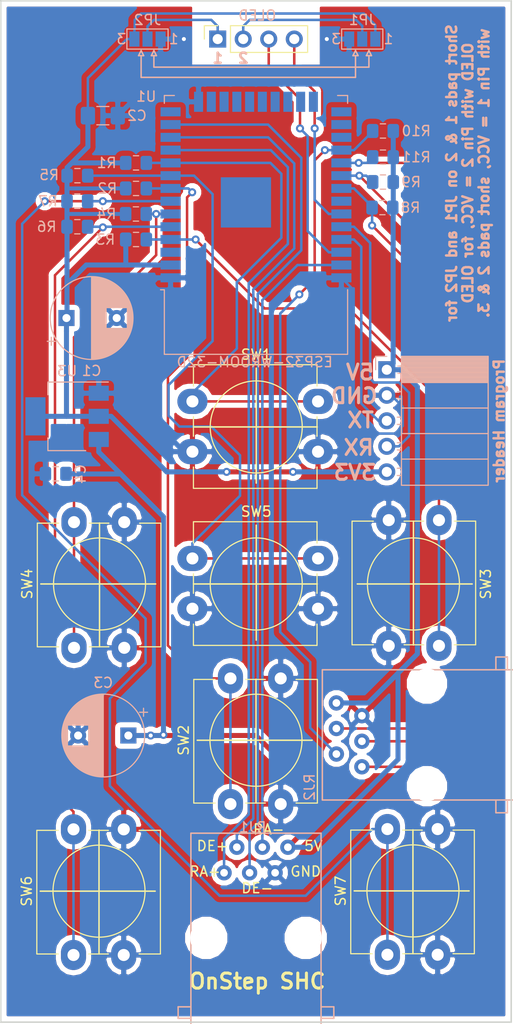
<source format=kicad_pcb>
(kicad_pcb (version 20171130) (host pcbnew 5.0.2+dfsg1-1)
  (layers (0 F.Cu signal) (31 B.Cu signal) (34 B.Paste user) (35 F.Paste user) (36 B.SilkS user) (37 F.SilkS user) (38 B.Mask user) (39 F.Mask user) (44 Edge.Cuts user))
  (net 0 "")
  (net 1 GND)
  (net 2 RA1+)
  (net 3 DE1+)
  (net 4 DE1-)
  (net 5 RA1-)
  (net 6 F2)
  (net 7 F1)
  (net 8 Shift)
  (net 9 W)
  (net 10 E)
  (net 11 S)
  (net 12 N)
  (net 13 RA-)
  (net 14 DE-)
  (net 15 DE+)
  (net 16 RA+)
  (net 17 SDA)
  (net 18 SCL)
  (net 19 5V)
  (net 20 3V3)
  (net 21 "Net-(J1-Pad3)")
  (net 22 "Net-(J1-Pad4)")
  (net 23 "Net-(JP1-Pad2)")
  (net 24 "Net-(JP2-Pad2)")
  (module Jumper:SolderJumper-3_P1.3mm_Open_Pad1.0x1.5mm_NumberLabels (layer B.Cu) (at 147.955 48.26 180)
    (fp_text reference JP2 (at 0 1.905 180) (layer B.SilkS) (effects (justify mirror)))
    (fp_text value SolderJumper_3_Open hide)
    (fp_text user 3 (at 2.6 0 180) (layer B.SilkS) (effects (justify mirror)))
    (fp_text user 1 (at -2.6 0 180) (layer B.SilkS) (effects (justify mirror)))
    (pad 3 smd rect (at 1.3 0 180) (size 1 1.5) (layers B.Cu B.Mask) (net 20 3V3))
    (pad 2 smd rect (at 0 0 180) (size 1 1.5) (layers B.Cu B.Mask) (net 24 "Net-(JP2-Pad2)"))
    (pad 1 smd rect (at -1.3 0 180) (size 1 1.5) (layers B.Cu B.Mask) (net 1 GND))
  )
  (module Jumper:SolderJumper-3_P1.3mm_Open_Pad1.0x1.5mm_NumberLabels (layer B.Cu) (at 169.3245 48.26 180)
    (fp_text reference JP1 (at -0.03 1.905 180) (layer B.SilkS) (effects (justify mirror)))
    (fp_text value SolderJumper_3_Open hide)
    (fp_text user 1 (at -2.6 0 180) (layer B.SilkS) (effects (justify mirror)))
    (fp_text user 3 (at 2.6 0 180) (layer B.SilkS) (effects (justify mirror)))
    (pad 1 smd rect (at -1.3 0 180) (size 1 1.5) (layers B.Cu B.Mask) (net 20 3V3))
    (pad 2 smd rect (at 0 0 180) (size 1 1.5) (layers B.Cu B.Mask) (net 23 "Net-(JP1-Pad2)"))
    (pad 3 smd rect (at 1.3 0 180) (size 1 1.5) (layers B.Cu B.Mask) (net 1 GND))
  )
  (module DevBoards:SW_PUSH-12mm_ (layer F.Cu) (at 171.831 139.3444 90)
    (fp_text reference SW7 (at 6.35 -4.66 90) (layer F.SilkS))
    (fp_text value F2)
    (pad 1 thru_hole oval (at 12.5 0 90) (size 3 2.5) (drill 1.2) (layers *.Cu *.Mask) (net 6 F2))
    (pad 2 thru_hole oval (at 12.5 5 90) (size 3 2.5) (drill 1.2) (layers *.Cu *.Mask) (net 1 GND))
    (pad 1 thru_hole oval (at 0 0 90) (size 3 2.5) (drill 1.2) (layers *.Cu *.Mask) (net 6 F2))
    (pad 2 thru_hole oval (at 0 5 90) (size 3 2.5) (drill 1.2) (layers *.Cu *.Mask) (net 1 GND))
  )
  (module DevBoards:SW_PUSH-12mm_ (layer F.Cu) (at 140.589 139.3698 90)
    (fp_text reference SW6 (at 6.35 -4.66 90) (layer F.SilkS))
    (fp_text value F1)
    (pad 1 thru_hole oval (at 12.5 0 90) (size 3 2.5) (drill 1.2) (layers *.Cu *.Mask) (net 7 F1))
    (pad 2 thru_hole oval (at 12.5 5 90) (size 3 2.5) (drill 1.2) (layers *.Cu *.Mask) (net 1 GND))
    (pad 1 thru_hole oval (at 0 0 90) (size 3 2.5) (drill 1.2) (layers *.Cu *.Mask) (net 7 F1))
    (pad 2 thru_hole oval (at 0 5 90) (size 3 2.5) (drill 1.2) (layers *.Cu *.Mask) (net 1 GND))
  )
  (module DevBoards:SW_PUSH-12mm_ (layer F.Cu) (at 140.6398 108.8136 90)
    (fp_text reference SW4 (at 6.35 -4.66 90) (layer F.SilkS))
    (fp_text value W)
    (pad 1 thru_hole oval (at 12.5 0 90) (size 3 2.5) (drill 1.2) (layers *.Cu *.Mask) (net 9 W))
    (pad 2 thru_hole oval (at 12.5 5 90) (size 3 2.5) (drill 1.2) (layers *.Cu *.Mask) (net 1 GND))
    (pad 1 thru_hole oval (at 0 0 90) (size 3 2.5) (drill 1.2) (layers *.Cu *.Mask) (net 9 W))
    (pad 2 thru_hole oval (at 0 5 90) (size 3 2.5) (drill 1.2) (layers *.Cu *.Mask) (net 1 GND))
  )
  (module DevBoards:SW_PUSH-12mm_ (layer F.Cu) (at 176.9618 96.1136 270)
    (fp_text reference SW3 (at 6.35 -4.66 270) (layer F.SilkS))
    (fp_text value E)
    (pad 1 thru_hole oval (at 12.5 0 270) (size 3 2.5) (drill 1.2) (layers *.Cu *.Mask) (net 10 E))
    (pad 2 thru_hole oval (at 12.5 5 270) (size 3 2.5) (drill 1.2) (layers *.Cu *.Mask) (net 1 GND))
    (pad 1 thru_hole oval (at 0 0 270) (size 3 2.5) (drill 1.2) (layers *.Cu *.Mask) (net 10 E))
    (pad 2 thru_hole oval (at 0 5 270) (size 3 2.5) (drill 1.2) (layers *.Cu *.Mask) (net 1 GND))
  )
  (module RF_Module:ESP32-WROOM-32x (layer B.Cu) (at 158.75 63.754)
    (fp_text reference U1 (at -10.922 -9.779) (layer B.SilkS) (effects (justify mirror)))
    (fp_text value ESP32-WROOM-32D (at -0.127 16.637) (layer B.SilkS) (effects (justify mirror)))
    (pad 38 smd rect (at 8.5 8.255) (size 2 0.9) (layers B.Cu B.Paste B.Mask) (net 1 GND))
    (pad 37 smd rect (at 8.5 6.985) (size 2 0.9) (layers B.Cu B.Paste B.Mask) (net 13 RA-))
    (pad 36 smd rect (at 8.5 5.715) (size 2 0.9) (layers B.Cu B.Paste B.Mask) (net 18 SCL))
    (pad 35 smd rect (at 8.5 4.445) (size 2 0.9) (layers B.Cu B.Paste B.Mask) (net 21 "Net-(J1-Pad3)"))
    (pad 34 smd rect (at 8.5 3.175) (size 2 0.9) (layers B.Cu B.Paste B.Mask) (net 22 "Net-(J1-Pad4)"))
    (pad 33 smd rect (at 8.5 1.905) (size 2 0.9) (layers B.Cu B.Paste B.Mask) (net 17 SDA))
    (pad 32 smd rect (at 8.5 0.635) (size 2 0.9) (layers B.Cu B.Paste B.Mask))
    (pad 31 smd rect (at 8.5 -0.635) (size 2 0.9) (layers B.Cu B.Paste B.Mask) (net 5 RA1-))
    (pad 30 smd rect (at 8.5 -1.905) (size 2 0.9) (layers B.Cu B.Paste B.Mask) (net 4 DE1-))
    (pad 29 smd rect (at 8.5 -3.175) (size 2 0.9) (layers B.Cu B.Paste B.Mask) (net 2 RA1+))
    (pad 28 smd rect (at 8.5 -4.445) (size 2 0.9) (layers B.Cu B.Paste B.Mask) (net 3 DE1+))
    (pad 27 smd rect (at 8.5 -5.715) (size 2 0.9) (layers B.Cu B.Paste B.Mask))
    (pad 26 smd rect (at 8.5 -6.985) (size 2 0.9) (layers B.Cu B.Paste B.Mask))
    (pad 25 smd rect (at 8.5 -8.255) (size 2 0.9) (layers B.Cu B.Paste B.Mask))
    (pad 24 smd rect (at 5.715 -9.255 270) (size 2 0.9) (layers B.Cu B.Paste B.Mask))
    (pad 23 smd rect (at 4.445 -9.255 270) (size 2 0.9) (layers B.Cu B.Paste B.Mask))
    (pad 22 smd rect (at 3.175 -9.255 270) (size 2 0.9) (layers B.Cu B.Paste B.Mask))
    (pad 21 smd rect (at 1.905 -9.255 270) (size 2 0.9) (layers B.Cu B.Paste B.Mask))
    (pad 20 smd rect (at 0.635 -9.255 270) (size 2 0.9) (layers B.Cu B.Paste B.Mask))
    (pad 19 smd rect (at -0.635 -9.255 270) (size 2 0.9) (layers B.Cu B.Paste B.Mask))
    (pad 18 smd rect (at -1.905 -9.255 270) (size 2 0.9) (layers B.Cu B.Paste B.Mask))
    (pad 17 smd rect (at -3.175 -9.255 270) (size 2 0.9) (layers B.Cu B.Paste B.Mask))
    (pad 16 smd rect (at -4.445 -9.255 270) (size 2 0.9) (layers B.Cu B.Paste B.Mask))
    (pad 15 smd rect (at -5.715 -9.255 270) (size 2 0.9) (layers B.Cu B.Paste B.Mask) (net 1 GND))
    (pad 14 smd rect (at -8.5 -8.255) (size 2 0.9) (layers B.Cu B.Paste B.Mask))
    (pad 13 smd rect (at -8.5 -6.985) (size 2 0.9) (layers B.Cu B.Paste B.Mask) (net 14 DE-))
    (pad 12 smd rect (at -8.5 -5.715) (size 2 0.9) (layers B.Cu B.Paste B.Mask) (net 15 DE+))
    (pad 11 smd rect (at -8.5 -4.445) (size 2 0.9) (layers B.Cu B.Paste B.Mask) (net 16 RA+))
    (pad 10 smd rect (at -8.5 -3.175) (size 2 0.9) (layers B.Cu B.Paste B.Mask) (net 12 N))
    (pad 9 smd rect (at -8.5 -1.905) (size 2 0.9) (layers B.Cu B.Paste B.Mask) (net 8 Shift))
    (pad 8 smd rect (at -8.5 -0.635) (size 2 0.9) (layers B.Cu B.Paste B.Mask) (net 11 S))
    (pad 7 smd rect (at -8.5 0.635) (size 2 0.9) (layers B.Cu B.Paste B.Mask) (net 6 F2))
    (pad 6 smd rect (at -8.5 1.905) (size 2 0.9) (layers B.Cu B.Paste B.Mask) (net 9 W))
    (pad 5 smd rect (at -8.5 3.175) (size 2 0.9) (layers B.Cu B.Paste B.Mask) (net 7 F1))
    (pad 4 smd rect (at -8.5 4.445) (size 2 0.9) (layers B.Cu B.Paste B.Mask) (net 10 E))
    (pad 3 smd rect (at -8.5 5.715) (size 2 0.9) (layers B.Cu B.Paste B.Mask))
    (pad 2 smd rect (at -8.5 6.985) (size 2 0.9) (layers B.Cu B.Paste B.Mask) (net 20 3V3))
    (pad 1 smd rect (at -8.5 8.255) (size 2 0.9) (layers B.Cu B.Paste B.Mask) (net 1 GND))
    (pad 39 smd rect (at -1 0.755) (size 5 5) (layers B.Cu B.Paste B.Mask))
  )
  (module DevBoards:RJ12_IreR2 (layer B.Cu) (at 152.273 127.254)
    (fp_text reference RJ1 (at 6.1468 -0.5842) (layer B.SilkS) (effects (justify mirror)))
    (fp_text value RJ12)
    (pad "" np_thru_hole circle (at 11.43 10.414) (size 3.2 3.2) (drill 3.2) (layers *.Cu *.Mask))
    (pad "" np_thru_hole circle (at 1.524 10.414) (size 3.2 3.2) (drill 3.2) (layers *.Cu *.Mask))
    (pad 2 thru_hole circle (at 8.382 3.937) (size 1.524 1.524) (drill 0.762) (layers *.Cu *.Mask) (net 1 GND))
    (pad 1 thru_hole circle (at 9.652 1.397) (size 1.524 1.524) (drill 0.762) (layers *.Cu *.Mask) (net 19 5V))
    (pad 4 thru_hole circle (at 5.842 3.937) (size 1.524 1.524) (drill 0.762) (layers *.Cu *.Mask) (net 14 DE-))
    (pad 3 thru_hole circle (at 7.112 1.397) (size 1.524 1.524) (drill 0.762) (layers *.Cu *.Mask) (net 13 RA-))
    (pad 6 thru_hole circle (at 3.302 3.937) (size 1.524 1.524) (drill 0.762) (layers *.Cu *.Mask) (net 16 RA+))
    (pad 5 thru_hole circle (at 4.572 1.397) (size 1.524 1.524) (drill 0.762) (layers *.Cu *.Mask) (net 15 DE+))
  )
  (module Connector_PinSocket_2.54mm:PinSocket_1x04_P2.54mm_Vertical (layer F.Cu) (at 154.94 48.26 90)
    (fp_text reference U2 hide)
    (fp_text value OLED (at 2.3495 3.937 180) (layer B.SilkS) (effects (justify mirror)))
    (pad 1 thru_hole rect (at 0 0 90) (size 1.7 1.7) (drill 1) (layers *.Cu *.Mask) (net 24 "Net-(JP2-Pad2)"))
    (pad 2 thru_hole oval (at 0 2.54 90) (size 1.7 1.7) (drill 1) (layers *.Cu *.Mask) (net 23 "Net-(JP1-Pad2)"))
    (pad 3 thru_hole oval (at 0 5.08 90) (size 1.7 1.7) (drill 1) (layers *.Cu *.Mask) (net 18 SCL))
    (pad 4 thru_hole oval (at 0 7.62 90) (size 1.7 1.7) (drill 1) (layers *.Cu *.Mask) (net 17 SDA))
  )
  (module Capacitor_SMD:C_1206_3216Metric_Pad1.42x1.75mm_HandSolder (layer B.Cu) (at 143.51 55.88)
    (fp_text reference C2 (at 3.3925 0) (layer B.SilkS) (effects (justify mirror)))
    (fp_text value 100nF hide)
    (pad 1 smd roundrect (at -1.4875 0) (size 1.425 1.75) (layers B.Cu B.Paste B.Mask) (roundrect_rratio 0.175439) (net 20 3V3))
    (pad 2 smd roundrect (at 1.4875 0) (size 1.425 1.75) (layers B.Cu B.Paste B.Mask) (roundrect_rratio 0.175439) (net 1 GND))
  )
  (module Capacitor_SMD:C_0805_2012Metric_Pad1.15x1.40mm_HandSolder (layer B.Cu) (at 138.82 91.5035 180)
    (fp_text reference C4 (at -2.4728 -0.0254 270) (layer B.SilkS) (effects (justify mirror)))
    (fp_text value 100nF hide)
    (pad 1 smd roundrect (at -1.025 0 180) (size 1.15 1.4) (layers B.Cu B.Paste B.Mask) (roundrect_rratio 0.217391) (net 19 5V))
    (pad 2 smd roundrect (at 1.025 0 180) (size 1.15 1.4) (layers B.Cu B.Paste B.Mask) (roundrect_rratio 0.217391) (net 1 GND))
  )
  (module Resistor_SMD:R_0805_2012Metric_Pad1.15x1.40mm_HandSolder (layer B.Cu) (at 146.812 60.579 180)
    (fp_text reference R1 (at 2.921 0 180) (layer B.SilkS) (effects (justify mirror)))
    (fp_text value 10K hide)
    (pad 1 smd roundrect (at -1.025 0 180) (size 1.15 1.4) (layers B.Cu B.Paste B.Mask) (roundrect_rratio 0.217391) (net 12 N))
    (pad 2 smd roundrect (at 1.025 0 180) (size 1.15 1.4) (layers B.Cu B.Paste B.Mask) (roundrect_rratio 0.217391) (net 20 3V3))
  )
  (module Resistor_SMD:R_0805_2012Metric_Pad1.15x1.40mm_HandSolder (layer B.Cu) (at 146.812 63.119 180)
    (fp_text reference R2 (at 2.8575 0 180) (layer B.SilkS) (effects (justify mirror)))
    (fp_text value 10K hide)
    (pad 2 smd roundrect (at 1.025 0 180) (size 1.15 1.4) (layers B.Cu B.Paste B.Mask) (roundrect_rratio 0.217391) (net 20 3V3))
    (pad 1 smd roundrect (at -1.025 0 180) (size 1.15 1.4) (layers B.Cu B.Paste B.Mask) (roundrect_rratio 0.217391) (net 11 S))
  )
  (module Resistor_SMD:R_0805_2012Metric_Pad1.15x1.40mm_HandSolder (layer B.Cu) (at 146.812 68.199 180)
    (fp_text reference R3 (at 3.057 0 180) (layer B.SilkS) (effects (justify mirror)))
    (fp_text value 10K hide)
    (pad 1 smd roundrect (at -1.025 0 180) (size 1.15 1.4) (layers B.Cu B.Paste B.Mask) (roundrect_rratio 0.217391) (net 10 E))
    (pad 2 smd roundrect (at 1.025 0 180) (size 1.15 1.4) (layers B.Cu B.Paste B.Mask) (roundrect_rratio 0.217391) (net 20 3V3))
  )
  (module Resistor_SMD:R_0805_2012Metric_Pad1.15x1.40mm_HandSolder (layer B.Cu) (at 146.803 65.659 180)
    (fp_text reference R4 (at 2.93 0 180) (layer B.SilkS) (effects (justify mirror)))
    (fp_text value 10K hide)
    (pad 2 smd roundrect (at 1.025 0 180) (size 1.15 1.4) (layers B.Cu B.Paste B.Mask) (roundrect_rratio 0.217391) (net 20 3V3))
    (pad 1 smd roundrect (at -1.025 0 180) (size 1.15 1.4) (layers B.Cu B.Paste B.Mask) (roundrect_rratio 0.217391) (net 9 W))
  )
  (module Resistor_SMD:R_0805_2012Metric_Pad1.15x1.40mm_HandSolder (layer B.Cu) (at 140.979 61.849 180)
    (fp_text reference R5 (at 2.808001 0.069999 180) (layer B.SilkS) (effects (justify mirror)))
    (fp_text value 10K hide)
    (pad 1 smd roundrect (at -1.025 0 180) (size 1.15 1.4) (layers B.Cu B.Paste B.Mask) (roundrect_rratio 0.217391) (net 8 Shift))
    (pad 2 smd roundrect (at 1.025 0 180) (size 1.15 1.4) (layers B.Cu B.Paste B.Mask) (roundrect_rratio 0.217391) (net 20 3V3))
  )
  (module Resistor_SMD:R_0805_2012Metric_Pad1.15x1.40mm_HandSolder (layer B.Cu) (at 140.97 66.929 180)
    (fp_text reference R6 (at 3.048 0 180) (layer B.SilkS) (effects (justify mirror)))
    (fp_text value 10K hide)
    (pad 2 smd roundrect (at 1.025 0 180) (size 1.15 1.4) (layers B.Cu B.Paste B.Mask) (roundrect_rratio 0.217391) (net 20 3V3))
    (pad 1 smd roundrect (at -1.025 0 180) (size 1.15 1.4) (layers B.Cu B.Paste B.Mask) (roundrect_rratio 0.217391) (net 7 F1))
  )
  (module Resistor_SMD:R_0805_2012Metric_Pad1.15x1.40mm_HandSolder (layer B.Cu) (at 140.97 64.389 180)
    (fp_text reference R7 (at 2.93 0 180) (layer B.SilkS) (effects (justify mirror)))
    (fp_text value 10K hide)
    (pad 1 smd roundrect (at -1.025 0 180) (size 1.15 1.4) (layers B.Cu B.Paste B.Mask) (roundrect_rratio 0.217391) (net 6 F2))
    (pad 2 smd roundrect (at 1.025 0 180) (size 1.15 1.4) (layers B.Cu B.Paste B.Mask) (roundrect_rratio 0.217391) (net 20 3V3))
  )
  (module Connector_PinSocket_2.54mm:PinSocket_1x05_P2.54mm_Horizontal (layer B.Cu) (at 171.7675 81.153 180)
    (fp_text reference J1 hide)
    (fp_text value CP2102 hide)
    (pad 1 thru_hole rect (at 0 0 180) (size 1.7 1.7) (drill 1) (layers *.Cu *.Mask) (net 19 5V))
    (pad 2 thru_hole oval (at 0 -2.54 180) (size 1.7 1.7) (drill 1) (layers *.Cu *.Mask) (net 1 GND))
    (pad 3 thru_hole oval (at 0 -5.08 180) (size 1.7 1.7) (drill 1) (layers *.Cu *.Mask) (net 21 "Net-(J1-Pad3)"))
    (pad 4 thru_hole oval (at 0 -7.62 180) (size 1.7 1.7) (drill 1) (layers *.Cu *.Mask) (net 22 "Net-(J1-Pad4)"))
    (pad 5 thru_hole oval (at 0 -10.16 180) (size 1.7 1.7) (drill 1) (layers *.Cu *.Mask) (net 20 3V3))
  )
  (module Resistor_SMD:R_0805_2012Metric_Pad1.15x1.40mm_HandSolder (layer B.Cu) (at 171.332 65.024)
    (fp_text reference R8 (at 2.794 0) (layer B.SilkS) (effects (justify mirror)))
    (fp_text value 2K hide)
    (pad 2 smd roundrect (at 1.025 0) (size 1.15 1.4) (layers B.Cu B.Paste B.Mask) (roundrect_rratio 0.217391) (net 19 5V))
    (pad 1 smd roundrect (at -1.025 0) (size 1.15 1.4) (layers B.Cu B.Paste B.Mask) (roundrect_rratio 0.217391) (net 5 RA1-))
  )
  (module Resistor_SMD:R_0805_2012Metric_Pad1.15x1.40mm_HandSolder (layer B.Cu) (at 171.3865 62.484)
    (fp_text reference R9 (at 2.803 0) (layer B.SilkS) (effects (justify mirror)))
    (fp_text value 2K hide)
    (pad 1 smd roundrect (at -1.025 0) (size 1.15 1.4) (layers B.Cu B.Paste B.Mask) (roundrect_rratio 0.217391) (net 4 DE1-))
    (pad 2 smd roundrect (at 1.025 0) (size 1.15 1.4) (layers B.Cu B.Paste B.Mask) (roundrect_rratio 0.217391) (net 19 5V))
  )
  (module Resistor_SMD:R_0805_2012Metric_Pad1.15x1.40mm_HandSolder (layer B.Cu) (at 171.3865 57.404)
    (fp_text reference R10 (at 3.311 0) (layer B.SilkS) (effects (justify mirror)))
    (fp_text value 2K hide)
    (pad 2 smd roundrect (at 1.025 0) (size 1.15 1.4) (layers B.Cu B.Paste B.Mask) (roundrect_rratio 0.217391) (net 19 5V))
    (pad 1 smd roundrect (at -1.025 0) (size 1.15 1.4) (layers B.Cu B.Paste B.Mask) (roundrect_rratio 0.217391) (net 3 DE1+))
  )
  (module Resistor_SMD:R_0805_2012Metric_Pad1.15x1.40mm_HandSolder (layer B.Cu) (at 171.3865 60.0075)
    (fp_text reference R11 (at 3.302 0) (layer B.SilkS) (effects (justify mirror)))
    (fp_text value 2K hide)
    (pad 1 smd roundrect (at -1.025 0) (size 1.15 1.4) (layers B.Cu B.Paste B.Mask) (roundrect_rratio 0.217391) (net 2 RA1+))
    (pad 2 smd roundrect (at 1.025 0) (size 1.15 1.4) (layers B.Cu B.Paste B.Mask) (roundrect_rratio 0.217391) (net 19 5V))
  )
  (module DevBoards:SW_PUSH-12mm_ (layer F.Cu) (at 152.4254 84.3026)
    (fp_text reference SW1 (at 6.35 -4.66) (layer F.SilkS))
    (fp_text value N)
    (pad 2 thru_hole oval (at 0 5) (size 3 2.5) (drill 1.2) (layers *.Cu *.Mask) (net 1 GND))
    (pad 1 thru_hole oval (at 0 0) (size 3 2.5) (drill 1.2) (layers *.Cu *.Mask) (net 12 N))
    (pad 2 thru_hole oval (at 12.5 5) (size 3 2.5) (drill 1.2) (layers *.Cu *.Mask) (net 1 GND))
    (pad 1 thru_hole oval (at 12.5 0) (size 3 2.5) (drill 1.2) (layers *.Cu *.Mask) (net 12 N))
  )
  (module DevBoards:SW_PUSH-12mm_ (layer F.Cu) (at 156.21 124.3584 90)
    (fp_text reference SW2 (at 6.35 -4.66 90) (layer F.SilkS))
    (fp_text value S)
    (pad 1 thru_hole oval (at 12.5 0 90) (size 3 2.5) (drill 1.2) (layers *.Cu *.Mask) (net 11 S))
    (pad 2 thru_hole oval (at 12.5 5 90) (size 3 2.5) (drill 1.2) (layers *.Cu *.Mask) (net 1 GND))
    (pad 1 thru_hole oval (at 0 0 90) (size 3 2.5) (drill 1.2) (layers *.Cu *.Mask) (net 11 S))
    (pad 2 thru_hole oval (at 0 5 90) (size 3 2.5) (drill 1.2) (layers *.Cu *.Mask) (net 1 GND))
  )
  (module DevBoards:SW_PUSH-12mm_ (layer F.Cu) (at 152.4254 99.9236)
    (fp_text reference SW5 (at 6.35 -4.66) (layer F.SilkS))
    (fp_text value Shift)
    (pad 2 thru_hole oval (at 0 5) (size 3 2.5) (drill 1.2) (layers *.Cu *.Mask) (net 1 GND))
    (pad 1 thru_hole oval (at 0 0) (size 3 2.5) (drill 1.2) (layers *.Cu *.Mask) (net 8 Shift))
    (pad 2 thru_hole oval (at 12.5 5) (size 3 2.5) (drill 1.2) (layers *.Cu *.Mask) (net 1 GND))
    (pad 1 thru_hole oval (at 12.5 0) (size 3 2.5) (drill 1.2) (layers *.Cu *.Mask) (net 8 Shift))
  )
  (module Capacitor_THT:CP_Radial_D8.0mm_P5.00mm (layer B.Cu) (at 146.05 117.5385 180)
    (fp_text reference C3 (at 2.5 5.25 180) (layer B.SilkS) (effects (justify mirror)))
    (fp_text value 10uF)
    (pad 1 thru_hole rect (at 0 0 180) (size 1.6 1.6) (drill 0.8) (layers *.Cu *.Mask) (net 19 5V))
    (pad 2 thru_hole circle (at 5 0 180) (size 1.6 1.6) (drill 0.8) (layers *.Cu *.Mask) (net 1 GND))
  )
  (module Capacitor_THT:CP_Radial_D8.0mm_P5.00mm (layer B.Cu) (at 139.8905 76.0095)
    (fp_text reference C1 (at 2.5 5.25) (layer B.SilkS) (effects (justify mirror)))
    (fp_text value 100uF)
    (pad 1 thru_hole rect (at 0 0) (size 1.6 1.6) (drill 0.8) (layers *.Cu *.Mask) (net 20 3V3))
    (pad 2 thru_hole circle (at 5 0) (size 1.6 1.6) (drill 0.8) (layers *.Cu *.Mask) (net 1 GND))
  )
  (module Package_TO_SOT_SMD:SOT-223-3_TabPin2 (layer B.Cu) (at 139.954 85.7885 180)
    (fp_text reference U3 (at 0 4.5 180) (layer B.SilkS) (effects (justify mirror)))
    (fp_text value LT1117-3.3)
    (pad 2 smd rect (at 3.15 0 180) (size 2 3.8) (layers B.Cu B.Paste B.Mask) (net 20 3V3))
    (pad 2 smd rect (at -3.15 0 180) (size 2 1.5) (layers B.Cu B.Paste B.Mask) (net 20 3V3))
    (pad 3 smd rect (at -3.15 -2.3 180) (size 2 1.5) (layers B.Cu B.Paste B.Mask) (net 19 5V))
    (pad 1 smd rect (at -3.15 2.3 180) (size 2 1.5) (layers B.Cu B.Paste B.Mask) (net 1 GND))
  )
  (module DevBoards:RJ12_IreR2 (layer B.Cu) (at 165.354 123.952 90)
    (fp_text reference RJ2 (at 1.27 -1.27 90) (layer B.SilkS) (effects (justify mirror)))
    (fp_text value RJ12)
    (pad 5 thru_hole circle (at 4.572 1.397 90) (size 1.524 1.524) (drill 0.762) (layers *.Cu *.Mask) (net 3 DE1+))
    (pad 6 thru_hole circle (at 3.302 3.937 90) (size 1.524 1.524) (drill 0.762) (layers *.Cu *.Mask) (net 2 RA1+))
    (pad 3 thru_hole circle (at 7.112 1.397 90) (size 1.524 1.524) (drill 0.762) (layers *.Cu *.Mask) (net 5 RA1-))
    (pad 4 thru_hole circle (at 5.842 3.937 90) (size 1.524 1.524) (drill 0.762) (layers *.Cu *.Mask) (net 4 DE1-))
    (pad 1 thru_hole circle (at 9.652 1.397 90) (size 1.524 1.524) (drill 0.762) (layers *.Cu *.Mask) (net 19 5V))
    (pad 2 thru_hole circle (at 8.382 3.937 90) (size 1.524 1.524) (drill 0.762) (layers *.Cu *.Mask) (net 1 GND))
    (pad "" np_thru_hole circle (at 1.3716 10.414 90) (size 3 3) (drill 3) (layers *.Cu *.Mask))
    (pad "" np_thru_hole circle (at 11.5824 10.414 90) (size 3 3) (drill 3) (layers *.Cu *.Mask))
  )
  (gr_text "Program Header" (at 182.9435 86.233 90) (layer B.SilkS) (effects (font (size 1 1) (thickness 0.25)) (justify mirror)))
  (gr_line (start 147.32 52.07) (end 168.656 52.07) (layer B.SilkS) (width 0.15))
  (gr_line (start 168.656 49.403) (end 168.402 49.911) (layer B.SilkS) (width 0.15))
  (gr_line (start 168.656 49.911) (end 168.656 52.07) (layer B.SilkS) (width 0.15))
  (gr_line (start 168.91 49.911) (end 168.656 49.403) (layer B.SilkS) (width 0.15))
  (gr_line (start 168.402 49.911) (end 168.91 49.911) (layer B.SilkS) (width 0.15))
  (gr_line (start 147.574 49.911) (end 147.32 49.403) (layer B.SilkS) (width 0.15))
  (gr_line (start 147.32 49.403) (end 147.066 49.911) (layer B.SilkS) (width 0.15))
  (gr_line (start 147.066 49.911) (end 147.574 49.911) (layer B.SilkS) (width 0.15))
  (gr_line (start 147.32 49.911) (end 147.32 52.07) (layer B.SilkS) (width 0.15))
  (gr_line (start 148.59 51.054) (end 169.9895 51.054) (layer B.SilkS) (width 0.15))
  (gr_line (start 148.844 49.911) (end 148.59 49.403) (layer B.SilkS) (width 0.15))
  (gr_line (start 148.336 49.911) (end 148.844 49.911) (layer B.SilkS) (width 0.15))
  (gr_line (start 148.59 49.403) (end 148.336 49.911) (layer B.SilkS) (width 0.15))
  (gr_line (start 148.59 49.911) (end 148.59 51.054) (layer B.SilkS) (width 0.15))
  (gr_line (start 170.2435 49.911) (end 169.9895 49.403) (layer B.SilkS) (width 0.15))
  (gr_line (start 169.7355 49.911) (end 170.2435 49.911) (layer B.SilkS) (width 0.15))
  (gr_line (start 169.9895 49.403) (end 169.7355 49.911) (layer B.SilkS) (width 0.15))
  (gr_line (start 169.9895 49.911) (end 169.9895 51.054) (layer B.SilkS) (width 0.15))
  (gr_text "Short pads 1 & 2 on JP1 and JP2 for\nOLED with Pin 2 = VCC, for OLED\nwith Pin 1 = VCC, short pads 2 & 3." (at 179.832 61.595 90) (layer B.SilkS) (effects (font (size 1 1) (thickness 0.25)) (justify mirror)))
  (gr_text 5V (at 169.1005 81.407) (layer B.SilkS) (effects (font (size 1.5 1.5) (thickness 0.3)) (justify mirror)))
  (gr_text GND (at 168.529 83.7565) (layer B.SilkS) (effects (font (size 1.5 1.5) (thickness 0.3)) (justify mirror)))
  (gr_text 3V3 (at 168.5925 91.3765) (layer B.SilkS) (effects (font (size 1.5 1.5) (thickness 0.3)) (justify mirror)))
  (gr_text TX (at 169.164 86.1695) (layer B.SilkS) (effects (font (size 1.5 1.5) (thickness 0.3)) (justify mirror)))
  (gr_text RX (at 168.9735 88.9) (layer B.SilkS) (effects (font (size 1.5 1.5) (thickness 0.3)) (justify mirror)))
  (gr_text 2 (at 157.48 50.165) (layer B.SilkS) (effects (font (size 1 1) (thickness 0.25)) (justify mirror)))
  (gr_text 1 (at 154.94 50.165) (layer B.SilkS) (effects (font (size 1 1) (thickness 0.25)) (justify mirror)))
  (gr_text DE+ (at 154.432 128.524) (layer F.SilkS) (effects (font (size 1 1))))
  (gr_text RA- (at 160.02 126.873) (layer F.SilkS) (effects (font (size 1 1))))
  (gr_text 5V (at 164.465 128.524) (layer F.SilkS) (effects (font (size 1 1))))
  (gr_text GND (at 163.703 131.064) (layer F.SilkS) (effects (font (size 1 1))))
  (gr_text DE- (at 158.877 132.715) (layer F.SilkS) (effects (font (size 1 1))))
  (gr_text RA+ (at 153.67 131.064) (layer F.SilkS) (effects (font (size 1 1))))
  (gr_text "OnStep SHC" (at 158.877 141.986) (layer F.SilkS) (effects (font (size 1.5 1.5) (thickness 0.3))))
  (gr_line (start 184.15 146.05) (end 133.35 146.05) (layer Edge.Cuts) (width 0.15))
  (gr_line (start 184.15 44.45) (end 184.15 146.05) (layer Edge.Cuts) (width 0.15))
  (gr_line (start 133.35 44.45) (end 184.15 44.45) (layer Edge.Cuts) (width 0.15))
  (gr_line (start 133.35 146.05) (end 133.35 44.45) (layer Edge.Cuts) (width 0.15))
  (segment (start 153.035 54.499) (end 152.908 54.626) (width 0.5) (layer B.Cu) (net 1))
  (segment (start 154.1754 104.9236) (end 164.9254 104.9236) (width 0.25) (layer F.Cu) (net 1))
  (segment (start 152.4254 104.9236) (end 154.1754 104.9236) (width 0.25) (layer F.Cu) (net 1))
  (segment (start 165.2054 89.3026) (end 164.9254 89.3026) (width 0.25) (layer B.Cu) (net 1))
  (segment (start 166.6754 89.3026) (end 167.894 88.084) (width 0.25) (layer B.Cu) (net 1))
  (segment (start 164.9254 89.3026) (end 166.6754 89.3026) (width 0.25) (layer B.Cu) (net 1))
  (segment (start 168.475 87.503) (end 167.894 88.084) (width 0.25) (layer B.Cu) (net 1))
  (segment (start 172.593 87.503) (end 168.475 87.503) (width 0.25) (layer B.Cu) (net 1))
  (segment (start 173.355 84.836) (end 173.355 86.741) (width 0.25) (layer B.Cu) (net 1))
  (segment (start 171.7675 83.693) (end 172.212 83.693) (width 0.25) (layer B.Cu) (net 1))
  (segment (start 173.355 86.741) (end 172.593 87.503) (width 0.25) (layer B.Cu) (net 1))
  (segment (start 172.212 83.693) (end 173.355 84.836) (width 0.25) (layer B.Cu) (net 1))
  (segment (start 141.9555 110.7479) (end 143.8898 108.8136) (width 0.5) (layer B.Cu) (net 1))
  (segment (start 143.8898 108.8136) (end 145.6398 108.8136) (width 0.5) (layer B.Cu) (net 1))
  (segment (start 141.05 111.6534) (end 143.8898 108.8136) (width 0.5) (layer B.Cu) (net 1))
  (segment (start 141.05 117.5385) (end 141.05 111.6534) (width 0.5) (layer B.Cu) (net 1))
  (segment (start 148.891 72.009) (end 150.25 72.009) (width 0.5) (layer B.Cu) (net 1))
  (segment (start 144.8905 76.0095) (end 148.891 72.009) (width 0.5) (layer B.Cu) (net 1))
  (segment (start 145.8807 126.8698) (end 145.589 126.8698) (width 0.5) (layer B.Cu) (net 1))
  (segment (start 142.821 83.552) (end 142.571 83.552) (width 0.5) (layer B.Cu) (net 1))
  (segment (start 151.5961 89.3026) (end 152.4254 89.3026) (width 0.5) (layer B.Cu) (net 1))
  (segment (start 145.6055 96.2793) (end 145.6398 96.3136) (width 0.5) (layer B.Cu) (net 1))
  (segment (start 143.104 77.796) (end 144.8905 76.0095) (width 0.5) (layer B.Cu) (net 1))
  (segment (start 143.104 83.4885) (end 143.104 77.796) (width 0.5) (layer B.Cu) (net 1))
  (segment (start 143.104 83.4885) (end 145.782 83.4885) (width 0.5) (layer B.Cu) (net 1))
  (segment (start 145.8455 83.552) (end 146.177 83.8835) (width 0.5) (layer B.Cu) (net 1))
  (segment (start 145.782 83.4885) (end 146.177 83.8835) (width 0.5) (layer B.Cu) (net 1))
  (segment (start 146.177 83.8835) (end 151.5961 89.3026) (width 0.5) (layer B.Cu) (net 1))
  (segment (start 141.4145 93.2815) (end 144.4466 96.3136) (width 0.5) (layer B.Cu) (net 1))
  (segment (start 138.773 93.2815) (end 141.4145 93.2815) (width 0.5) (layer B.Cu) (net 1))
  (segment (start 144.4466 96.3136) (end 145.6398 96.3136) (width 0.5) (layer B.Cu) (net 1))
  (segment (start 137.795 91.5035) (end 137.795 92.3035) (width 0.5) (layer B.Cu) (net 1))
  (segment (start 137.795 92.3035) (end 138.773 93.2815) (width 0.5) (layer B.Cu) (net 1))
  (segment (start 151.16 53.574) (end 152.085 54.499) (width 0.5) (layer B.Cu) (net 1))
  (segment (start 152.085 54.499) (end 153.035 54.499) (width 0.5) (layer B.Cu) (net 1))
  (segment (start 147.3035 53.574) (end 151.16 53.574) (width 0.5) (layer B.Cu) (net 1))
  (segment (start 144.9975 55.88) (end 147.3035 53.574) (width 0.5) (layer B.Cu) (net 1))
  (via (at 165.7985 48.26) (size 0.8) (drill 0.4) (layers F.Cu B.Cu) (net 1))
  (segment (start 149.255 48.26) (end 151.5745 48.26) (width 0.25) (layer B.Cu) (net 1))
  (via (at 151.5745 48.26) (size 0.8) (drill 0.4) (layers F.Cu B.Cu) (net 1))
  (segment (start 165.7985 48.26) (end 168.0245 48.26) (width 0.25) (layer B.Cu) (net 1))
  (segment (start 168.4655 87.5125) (end 167.894 88.084) (width 0.25) (layer B.Cu) (net 1))
  (segment (start 167.25 72.009) (end 168.4655 73.2245) (width 0.25) (layer B.Cu) (net 1))
  (segment (start 168.4655 73.2245) (end 168.4655 87.5125) (width 0.25) (layer B.Cu) (net 1))
  (segment (start 169.79 60.579) (end 170.3615 60.0075) (width 0.25) (layer B.Cu) (net 2))
  (segment (start 167.25 60.579) (end 168.9735 60.579) (width 0.25) (layer B.Cu) (net 2))
  (segment (start 169.037 60.579) (end 169.79 60.579) (width 0.25) (layer B.Cu) (net 2))
  (segment (start 168.9735 60.579) (end 169.037 60.579) (width 0.25) (layer B.Cu) (net 2))
  (via (at 168.9735 60.579) (size 0.8) (drill 0.4) (layers F.Cu B.Cu) (net 2))
  (segment (start 174.561494 60.579) (end 174.561497 60.578997) (width 0.25) (layer F.Cu) (net 2))
  (segment (start 181.1655 114.173) (end 181.1655 67.183) (width 0.25) (layer F.Cu) (net 2))
  (segment (start 181.1655 67.183) (end 174.961496 60.978996) (width 0.25) (layer F.Cu) (net 2))
  (segment (start 168.9735 60.579) (end 174.561494 60.579) (width 0.25) (layer F.Cu) (net 2))
  (segment (start 174.6885 120.65) (end 181.1655 114.173) (width 0.25) (layer F.Cu) (net 2))
  (segment (start 169.291 120.65) (end 174.6885 120.65) (width 0.25) (layer F.Cu) (net 2))
  (segment (start 174.961496 60.978996) (end 174.561497 60.578997) (width 0.25) (layer F.Cu) (net 2))
  (segment (start 170.3615 57.4475) (end 170.3615 57.404) (width 0.25) (layer B.Cu) (net 3))
  (segment (start 168.5 59.309) (end 170.3615 57.4475) (width 0.25) (layer B.Cu) (net 3))
  (segment (start 167.25 59.309) (end 168.5 59.309) (width 0.25) (layer B.Cu) (net 3))
  (segment (start 167.25 59.309) (end 166 59.309) (width 0.25) (layer B.Cu) (net 3))
  (via (at 165.608 59.309) (size 0.8) (drill 0.4) (layers F.Cu B.Cu) (net 3))
  (segment (start 166 59.309) (end 165.608 59.309) (width 0.25) (layer B.Cu) (net 3))
  (via (at 163.068 73.66) (size 0.8) (drill 0.4) (layers F.Cu B.Cu) (net 3))
  (segment (start 163.068 73.66) (end 163.195 73.533) (width 0.25) (layer B.Cu) (net 3))
  (segment (start 164.592 72.136) (end 163.068 73.66) (width 0.25) (layer F.Cu) (net 3))
  (segment (start 165.608 59.309) (end 164.592 60.325) (width 0.25) (layer F.Cu) (net 3))
  (segment (start 164.592 60.325) (end 164.592 72.136) (width 0.25) (layer F.Cu) (net 3))
  (segment (start 161.163 75.565) (end 163.068 73.66) (width 0.25) (layer B.Cu) (net 3))
  (segment (start 164.1475 110.236) (end 161.163 107.2515) (width 0.25) (layer B.Cu) (net 3))
  (segment (start 164.1475 116.7765) (end 164.1475 110.236) (width 0.25) (layer B.Cu) (net 3))
  (segment (start 166.751 119.38) (end 164.1475 116.7765) (width 0.25) (layer B.Cu) (net 3))
  (segment (start 161.163 107.2515) (end 161.163 75.565) (width 0.25) (layer B.Cu) (net 3))
  (segment (start 169.7265 61.849) (end 170.3615 62.484) (width 0.25) (layer B.Cu) (net 4))
  (segment (start 167.25 61.849) (end 169.037 61.849) (width 0.25) (layer B.Cu) (net 4))
  (segment (start 169.037 61.849) (end 169.7265 61.849) (width 0.25) (layer B.Cu) (net 4))
  (via (at 169.037 61.849) (size 0.8) (drill 0.4) (layers F.Cu B.Cu) (net 4))
  (segment (start 180.34 73.152) (end 169.436999 62.248999) (width 0.25) (layer F.Cu) (net 4))
  (segment (start 180.34 113.665) (end 180.34 73.152) (width 0.25) (layer F.Cu) (net 4))
  (segment (start 169.436999 62.248999) (end 169.037 61.849) (width 0.25) (layer F.Cu) (net 4))
  (segment (start 175.895 118.11) (end 176.403 117.602) (width 0.25) (layer F.Cu) (net 4))
  (segment (start 169.291 118.11) (end 175.895 118.11) (width 0.25) (layer F.Cu) (net 4))
  (segment (start 176.212501 117.792499) (end 176.403 117.602) (width 0.25) (layer F.Cu) (net 4))
  (segment (start 176.403 117.602) (end 180.34 113.665) (width 0.25) (layer F.Cu) (net 4))
  (segment (start 170.307 64.926) (end 170.307 65.024) (width 0.25) (layer B.Cu) (net 5))
  (via (at 170.307 66.802) (size 0.8) (drill 0.4) (layers F.Cu B.Cu) (net 5))
  (segment (start 179.6415 112.5855) (end 179.6415 76.1365) (width 0.25) (layer F.Cu) (net 5))
  (segment (start 179.6415 76.1365) (end 170.706999 67.201999) (width 0.25) (layer F.Cu) (net 5))
  (segment (start 170.706999 67.201999) (end 170.307 66.802) (width 0.25) (layer F.Cu) (net 5))
  (segment (start 170.307 66.236315) (end 170.307 66.802) (width 0.25) (layer B.Cu) (net 5))
  (segment (start 170.307 64.926) (end 170.307 66.236315) (width 0.25) (layer B.Cu) (net 5))
  (segment (start 166.751 116.84) (end 175.387 116.84) (width 0.25) (layer F.Cu) (net 5))
  (segment (start 168.5 63.119) (end 170.307 64.926) (width 0.25) (layer B.Cu) (net 5))
  (segment (start 175.387 116.84) (end 179.6415 112.5855) (width 0.25) (layer F.Cu) (net 5))
  (segment (start 167.25 63.119) (end 168.5 63.119) (width 0.25) (layer B.Cu) (net 5))
  (segment (start 171.831 128.5944) (end 171.831 139.3444) (width 0.25) (layer B.Cu) (net 6))
  (segment (start 171.831 126.8444) (end 171.831 128.5944) (width 0.25) (layer B.Cu) (net 6))
  (segment (start 149 64.389) (end 150.25 64.389) (width 0.25) (layer B.Cu) (net 6))
  (segment (start 148.844 64.389) (end 149 64.389) (width 0.25) (layer B.Cu) (net 6))
  (segment (start 141.995 64.389) (end 143.51 64.389) (width 0.25) (layer B.Cu) (net 6))
  (via (at 137.7315 64.389) (size 0.8) (drill 0.4) (layers F.Cu B.Cu) (net 6))
  (segment (start 143.51 64.389) (end 148.844 64.389) (width 0.25) (layer B.Cu) (net 6))
  (via (at 143.51 64.389) (size 0.8) (drill 0.4) (layers F.Cu B.Cu) (net 6))
  (segment (start 142.944315 64.389) (end 137.7315 64.389) (width 0.25) (layer F.Cu) (net 6))
  (segment (start 143.51 64.389) (end 142.944315 64.389) (width 0.25) (layer F.Cu) (net 6))
  (segment (start 135.478999 93.630199) (end 135.478999 66.641501) (width 0.25) (layer B.Cu) (net 6))
  (segment (start 147.7645 105.9157) (end 135.478999 93.630199) (width 0.25) (layer B.Cu) (net 6))
  (segment (start 147.7645 110.2995) (end 147.7645 105.9157) (width 0.25) (layer B.Cu) (net 6))
  (segment (start 171.831 126.8444) (end 170.331 126.8444) (width 0.25) (layer B.Cu) (net 6))
  (segment (start 163.6984 133.477) (end 155.1305 133.477) (width 0.25) (layer B.Cu) (net 6))
  (segment (start 135.478999 66.641501) (end 137.7315 64.389) (width 0.25) (layer B.Cu) (net 6))
  (segment (start 155.1305 133.477) (end 144.2085 122.555) (width 0.25) (layer B.Cu) (net 6))
  (segment (start 144.2085 122.555) (end 144.2085 113.8555) (width 0.25) (layer B.Cu) (net 6))
  (segment (start 170.331 126.8444) (end 163.6984 133.477) (width 0.25) (layer B.Cu) (net 6))
  (segment (start 144.2085 113.8555) (end 147.7645 110.2995) (width 0.25) (layer B.Cu) (net 6))
  (via (at 143.510016 66.9925) (size 0.8) (drill 0.4) (layers F.Cu B.Cu) (net 7))
  (segment (start 150.25 66.929) (end 143.573516 66.929) (width 0.25) (layer B.Cu) (net 7))
  (segment (start 143.573516 66.929) (end 143.510016 66.9925) (width 0.25) (layer B.Cu) (net 7))
  (segment (start 141.995 66.929) (end 143.446516 66.929) (width 0.25) (layer B.Cu) (net 7))
  (segment (start 143.446516 66.929) (end 143.510016 66.9925) (width 0.25) (layer B.Cu) (net 7))
  (segment (start 140.589 126.8698) (end 140.589 139.3698) (width 0.25) (layer B.Cu) (net 7))
  (segment (start 140.589 125.1198) (end 140.589 126.8698) (width 0.25) (layer F.Cu) (net 7))
  (segment (start 138.7475 123.2783) (end 140.589 125.1198) (width 0.25) (layer F.Cu) (net 7))
  (segment (start 143.510016 66.9925) (end 138.7475 71.755016) (width 0.25) (layer F.Cu) (net 7))
  (segment (start 138.7475 71.755016) (end 138.7475 123.2783) (width 0.25) (layer F.Cu) (net 7))
  (segment (start 142.679 61.849) (end 150.25 61.849) (width 0.25) (layer B.Cu) (net 8))
  (segment (start 142.004 61.849) (end 142.679 61.849) (width 0.25) (layer B.Cu) (net 8))
  (segment (start 154.1754 99.9236) (end 164.9254 99.9236) (width 0.25) (layer F.Cu) (net 8))
  (segment (start 152.4254 99.9236) (end 154.1754 99.9236) (width 0.25) (layer F.Cu) (net 8))
  (segment (start 152.4254 99.9236) (end 152.1754 99.9236) (width 0.25) (layer F.Cu) (net 8))
  (segment (start 152.4254 98.4236) (end 152.4254 99.9236) (width 0.25) (layer B.Cu) (net 8))
  (segment (start 157.1625 89.662) (end 157.1625 93.6865) (width 0.25) (layer B.Cu) (net 8))
  (segment (start 157.1625 93.6865) (end 152.4254 98.4236) (width 0.25) (layer B.Cu) (net 8))
  (segment (start 152.5905 61.849) (end 154.432 63.6905) (width 0.25) (layer B.Cu) (net 8))
  (segment (start 154.432 63.6905) (end 154.432 78.2955) (width 0.25) (layer B.Cu) (net 8))
  (segment (start 150.25 61.849) (end 152.5905 61.849) (width 0.25) (layer B.Cu) (net 8))
  (segment (start 151.13 86.8045) (end 154.305 86.8045) (width 0.25) (layer B.Cu) (net 8))
  (segment (start 150.0505 82.677) (end 150.0505 85.725) (width 0.25) (layer B.Cu) (net 8))
  (segment (start 154.432 78.2955) (end 150.0505 82.677) (width 0.25) (layer B.Cu) (net 8))
  (segment (start 154.305 86.8045) (end 157.1625 89.662) (width 0.25) (layer B.Cu) (net 8))
  (segment (start 150.0505 85.725) (end 151.13 86.8045) (width 0.25) (layer B.Cu) (net 8))
  (segment (start 148.8186 65.659) (end 148.8186 65.659) (width 0.25) (layer B.Cu) (net 9))
  (segment (start 150.25 65.659) (end 148.8186 65.659) (width 0.25) (layer B.Cu) (net 9))
  (segment (start 140.6398 98.0636) (end 140.6398 108.8136) (width 0.25) (layer F.Cu) (net 9))
  (segment (start 140.6398 96.3136) (end 140.6398 98.0636) (width 0.25) (layer F.Cu) (net 9))
  (segment (start 148.8186 65.659) (end 147.828 65.659) (width 0.25) (layer B.Cu) (net 9))
  (via (at 148.8186 65.659) (size 0.8) (drill 0.4) (layers F.Cu B.Cu) (net 9))
  (segment (start 140.6398 96.3136) (end 140.6398 77.9272) (width 0.25) (layer F.Cu) (net 9))
  (segment (start 148.8186 69.7484) (end 148.8186 65.659) (width 0.25) (layer F.Cu) (net 9))
  (segment (start 140.6398 77.9272) (end 148.8186 69.7484) (width 0.25) (layer F.Cu) (net 9))
  (segment (start 147.837 68.199) (end 150.25 68.199) (width 0.25) (layer B.Cu) (net 10))
  (segment (start 176.9618 97.8636) (end 176.9618 108.6136) (width 0.25) (layer B.Cu) (net 10))
  (segment (start 176.9618 96.1136) (end 176.9618 97.8636) (width 0.25) (layer B.Cu) (net 10))
  (via (at 152.74401 68.199) (size 0.8) (drill 0.4) (layers F.Cu B.Cu) (net 10))
  (segment (start 150.25 68.199) (end 152.74401 68.199) (width 0.25) (layer B.Cu) (net 10))
  (segment (start 153.144009 68.598999) (end 152.74401 68.199) (width 0.25) (layer F.Cu) (net 10))
  (segment (start 176.9618 96.1136) (end 176.9618 84.062298) (width 0.25) (layer F.Cu) (net 10))
  (segment (start 159.60201 75.057) (end 153.144009 68.598999) (width 0.25) (layer F.Cu) (net 10))
  (segment (start 167.956502 75.057) (end 159.60201 75.057) (width 0.25) (layer F.Cu) (net 10))
  (segment (start 176.9618 84.062298) (end 167.956502 75.057) (width 0.25) (layer F.Cu) (net 10))
  (segment (start 150.25 63.119) (end 147.837 63.119) (width 0.25) (layer B.Cu) (net 11))
  (segment (start 156.21 124.3584) (end 156.21 111.8584) (width 0.25) (layer B.Cu) (net 11))
  (segment (start 152.019006 63.119) (end 152.400006 63.5) (width 0.25) (layer B.Cu) (net 11))
  (via (at 152.400006 63.5) (size 0.8) (drill 0.4) (layers F.Cu B.Cu) (net 11))
  (segment (start 150.25 63.119) (end 152.019006 63.119) (width 0.25) (layer B.Cu) (net 11))
  (segment (start 149.987 81.8515) (end 149.987 108.585) (width 0.25) (layer F.Cu) (net 11))
  (segment (start 153.2604 111.8584) (end 156.21 111.8584) (width 0.25) (layer F.Cu) (net 11))
  (segment (start 149.987 108.585) (end 153.2604 111.8584) (width 0.25) (layer F.Cu) (net 11))
  (segment (start 151.892 79.9465) (end 149.987 81.8515) (width 0.25) (layer F.Cu) (net 11))
  (segment (start 152.400006 63.5) (end 151.892 64.008006) (width 0.25) (layer F.Cu) (net 11))
  (segment (start 151.892 64.008006) (end 151.892 79.9465) (width 0.25) (layer F.Cu) (net 11))
  (segment (start 150.25 60.579) (end 147.837 60.579) (width 0.25) (layer B.Cu) (net 12))
  (segment (start 154.1754 84.3026) (end 164.9254 84.3026) (width 0.25) (layer F.Cu) (net 12))
  (segment (start 152.4254 84.3026) (end 154.1754 84.3026) (width 0.25) (layer F.Cu) (net 12))
  (segment (start 152.5016 83.3868) (end 152.5016 84.8868) (width 0.25) (layer B.Cu) (net 12))
  (segment (start 160.185665 60.579) (end 161.27476 61.668095) (width 0.25) (layer B.Cu) (net 12))
  (segment (start 150.25 60.579) (end 160.185665 60.579) (width 0.25) (layer B.Cu) (net 12))
  (segment (start 161.27476 61.668095) (end 161.27476 68.02374) (width 0.25) (layer B.Cu) (net 12))
  (segment (start 161.27476 68.02374) (end 156.845 72.4535) (width 0.25) (layer B.Cu) (net 12))
  (segment (start 156.845 72.4535) (end 156.845 79.0434) (width 0.25) (layer B.Cu) (net 12))
  (segment (start 156.845 79.0434) (end 152.5016 83.3868) (width 0.25) (layer B.Cu) (net 12))
  (segment (start 159.385 127.57337) (end 159.385 128.651) (width 0.25) (layer B.Cu) (net 13))
  (segment (start 159.385 74.2315) (end 159.385 127.57337) (width 0.25) (layer B.Cu) (net 13))
  (segment (start 167.25 70.739) (end 162.8775 70.739) (width 0.25) (layer B.Cu) (net 13))
  (segment (start 162.8775 70.739) (end 159.385 74.2315) (width 0.25) (layer B.Cu) (net 13))
  (segment (start 158.115 130.11337) (end 158.115 131.191) (width 0.25) (layer B.Cu) (net 14))
  (segment (start 158.115 127.0635) (end 158.115 130.11337) (width 0.25) (layer B.Cu) (net 14))
  (segment (start 159.9565 56.769) (end 163.2585 60.071) (width 0.25) (layer B.Cu) (net 14))
  (segment (start 150.25 56.769) (end 159.9565 56.769) (width 0.25) (layer B.Cu) (net 14))
  (segment (start 163.2585 60.071) (end 163.2585 69.2785) (width 0.25) (layer B.Cu) (net 14))
  (segment (start 163.2585 69.2785) (end 158.931883 73.605117) (width 0.25) (layer B.Cu) (net 14))
  (segment (start 158.931883 73.605117) (end 158.931883 126.246617) (width 0.25) (layer B.Cu) (net 14))
  (segment (start 158.931883 126.246617) (end 158.115 127.0635) (width 0.25) (layer B.Cu) (net 14))
  (segment (start 156.845 128.143) (end 156.845 128.651) (width 0.25) (layer B.Cu) (net 15))
  (segment (start 156.845 127.4445) (end 156.845 128.651) (width 0.25) (layer B.Cu) (net 15))
  (segment (start 159.961585 58.039) (end 162.56 60.637415) (width 0.25) (layer B.Cu) (net 15))
  (segment (start 150.25 58.039) (end 159.961585 58.039) (width 0.25) (layer B.Cu) (net 15))
  (segment (start 162.56 60.637415) (end 162.56 69.088) (width 0.25) (layer B.Cu) (net 15))
  (segment (start 162.56 69.088) (end 158.481872 73.166128) (width 0.25) (layer B.Cu) (net 15))
  (segment (start 158.481872 125.807628) (end 156.845 127.4445) (width 0.25) (layer B.Cu) (net 15))
  (segment (start 158.481872 73.166128) (end 158.481872 125.807628) (width 0.25) (layer B.Cu) (net 15))
  (segment (start 155.448 131.191) (end 155.575 131.191) (width 0.25) (layer B.Cu) (net 16))
  (segment (start 155.575 130.11337) (end 155.575 131.191) (width 0.25) (layer B.Cu) (net 16))
  (segment (start 155.575 127.8255) (end 155.575 130.11337) (width 0.25) (layer B.Cu) (net 16))
  (segment (start 160.2232 59.309) (end 161.925 61.0108) (width 0.25) (layer B.Cu) (net 16))
  (segment (start 150.25 59.309) (end 160.2232 59.309) (width 0.25) (layer B.Cu) (net 16))
  (segment (start 161.925 68.6435) (end 158.031861 72.536639) (width 0.25) (layer B.Cu) (net 16))
  (segment (start 161.925 61.0108) (end 161.925 68.6435) (width 0.25) (layer B.Cu) (net 16))
  (segment (start 158.031861 72.536639) (end 158.031861 125.368639) (width 0.25) (layer B.Cu) (net 16))
  (segment (start 158.031861 125.368639) (end 155.575 127.8255) (width 0.25) (layer B.Cu) (net 16))
  (segment (start 167.25 65.659) (end 166 65.659) (width 0.25) (layer B.Cu) (net 17))
  (via (at 164.592 57.15) (size 0.8) (drill 0.4) (layers F.Cu B.Cu) (net 17))
  (segment (start 166 65.659) (end 164.592 64.251) (width 0.25) (layer B.Cu) (net 17))
  (segment (start 164.592 64.251) (end 164.592 57.715685) (width 0.25) (layer B.Cu) (net 17))
  (segment (start 164.592 57.715685) (end 164.592 57.15) (width 0.25) (layer B.Cu) (net 17))
  (segment (start 164.592 56.584315) (end 164.592 57.15) (width 0.25) (layer F.Cu) (net 17))
  (segment (start 164.592 53.467) (end 164.592 56.584315) (width 0.25) (layer F.Cu) (net 17))
  (segment (start 162.56 48.26) (end 162.56 51.435) (width 0.25) (layer F.Cu) (net 17))
  (segment (start 162.56 51.435) (end 164.592 53.467) (width 0.25) (layer F.Cu) (net 17))
  (via (at 163.1315 57.15) (size 0.8) (drill 0.4) (layers F.Cu B.Cu) (net 18))
  (segment (start 163.8935 57.912) (end 163.531499 57.549999) (width 0.25) (layer B.Cu) (net 18))
  (segment (start 163.531499 57.549999) (end 163.1315 57.15) (width 0.25) (layer B.Cu) (net 18))
  (segment (start 163.8935 67.3625) (end 163.8935 57.912) (width 0.25) (layer B.Cu) (net 18))
  (segment (start 167.25 69.469) (end 166 69.469) (width 0.25) (layer B.Cu) (net 18))
  (segment (start 166 69.469) (end 163.8935 67.3625) (width 0.25) (layer B.Cu) (net 18))
  (segment (start 163.1315 56.1975) (end 163.1315 57.15) (width 0.25) (layer F.Cu) (net 18))
  (segment (start 163.1315 54.229) (end 163.1315 56.1975) (width 0.25) (layer F.Cu) (net 18))
  (segment (start 160.02 48.26) (end 160.02 51.1175) (width 0.25) (layer F.Cu) (net 18))
  (segment (start 160.02 51.1175) (end 163.1315 54.229) (width 0.25) (layer F.Cu) (net 18))
  (segment (start 172.4115 57.404) (end 172.4115 60.0075) (width 0.5) (layer B.Cu) (net 19))
  (segment (start 172.4115 60.0075) (end 172.4115 62.484) (width 0.5) (layer B.Cu) (net 19))
  (segment (start 172.4115 64.9695) (end 172.357 65.024) (width 0.5) (layer B.Cu) (net 19))
  (segment (start 172.4115 62.484) (end 172.4115 64.9695) (width 0.5) (layer B.Cu) (net 19))
  (segment (start 163.449 127.127) (end 162.686999 127.889001) (width 0.5) (layer F.Cu) (net 19))
  (segment (start 162.686999 127.889001) (end 161.925 128.651) (width 0.5) (layer F.Cu) (net 19))
  (segment (start 146.05 117.5385) (end 148.2725 117.5385) (width 0.5) (layer F.Cu) (net 19))
  (segment (start 163.449 122.2375) (end 163.449 127.127) (width 0.5) (layer F.Cu) (net 19))
  (segment (start 158.75 117.5385) (end 163.449 122.2375) (width 0.5) (layer F.Cu) (net 19))
  (segment (start 148.2725 117.5385) (end 158.75 117.5385) (width 0.5) (layer F.Cu) (net 19))
  (via (at 149.5425 117.475) (size 0.8) (drill 0.4) (layers F.Cu B.Cu) (net 19))
  (segment (start 171.7675 81.153) (end 172.4025 80.518) (width 0.5) (layer B.Cu) (net 19))
  (segment (start 172.4025 65.0695) (end 172.357 65.024) (width 0.5) (layer B.Cu) (net 19))
  (segment (start 172.4025 80.518) (end 172.4025 65.0695) (width 0.5) (layer B.Cu) (net 19))
  (segment (start 149.479 117.5385) (end 149.5425 117.475) (width 0.5) (layer B.Cu) (net 19))
  (segment (start 146.05 117.5385) (end 149.479 117.5385) (width 0.5) (layer B.Cu) (net 19))
  (segment (start 148.2725 117.5385) (end 148.2725 117.5385) (width 0.5) (layer F.Cu) (net 19))
  (segment (start 149.5425 95.777) (end 149.5425 117.475) (width 0.5) (layer B.Cu) (net 19))
  (segment (start 143.104 88.0885) (end 143.104 89.3385) (width 0.5) (layer B.Cu) (net 19))
  (segment (start 148.2725 117.5385) (end 148.2725 117.5385) (width 0.5) (layer F.Cu) (net 19))
  (via (at 148.2725 117.5385) (size 0.8) (drill 0.4) (layers F.Cu B.Cu) (net 19))
  (segment (start 140.52 91.5035) (end 140.539 91.5225) (width 0.5) (layer B.Cu) (net 19))
  (segment (start 143.104 89.3385) (end 145.288 91.5225) (width 0.5) (layer B.Cu) (net 19))
  (segment (start 140.539 91.5225) (end 145.288 91.5225) (width 0.5) (layer B.Cu) (net 19))
  (segment (start 139.845 91.5035) (end 140.52 91.5035) (width 0.5) (layer B.Cu) (net 19))
  (segment (start 145.288 91.5225) (end 149.5425 95.777) (width 0.5) (layer B.Cu) (net 19))
  (segment (start 174.8155 82.851) (end 173.1175 81.153) (width 0.5) (layer B.Cu) (net 19))
  (segment (start 161.9645 128.651) (end 164.1475 128.651) (width 0.5) (layer B.Cu) (net 19))
  (segment (start 172.885998 119.912502) (end 172.885998 111.340002) (width 0.5) (layer B.Cu) (net 19))
  (segment (start 174.8155 109.4105) (end 174.8155 82.851) (width 0.5) (layer B.Cu) (net 19))
  (segment (start 164.1475 128.651) (end 172.885998 119.912502) (width 0.5) (layer B.Cu) (net 19))
  (segment (start 173.1175 81.153) (end 171.7675 81.153) (width 0.5) (layer B.Cu) (net 19))
  (segment (start 169.926 114.3) (end 173.99 110.236) (width 0.5) (layer B.Cu) (net 19))
  (segment (start 166.751 114.3) (end 169.926 114.3) (width 0.5) (layer B.Cu) (net 19))
  (segment (start 172.885998 111.340002) (end 173.99 110.236) (width 0.5) (layer B.Cu) (net 19))
  (segment (start 173.99 110.236) (end 174.8155 109.4105) (width 0.5) (layer B.Cu) (net 19))
  (segment (start 139.945 66.129) (end 139.945 65.659) (width 0.5) (layer B.Cu) (net 20))
  (segment (start 139.945 66.929) (end 139.945 66.129) (width 0.5) (layer B.Cu) (net 20))
  (segment (start 139.945 61.858) (end 139.954 61.849) (width 0.25) (layer B.Cu) (net 20))
  (segment (start 139.945 64.389) (end 139.945 63.119) (width 0.5) (layer B.Cu) (net 20))
  (segment (start 139.945 63.119) (end 139.945 61.858) (width 0.5) (layer B.Cu) (net 20))
  (segment (start 139.945 65.659) (end 139.945 64.389) (width 0.5) (layer B.Cu) (net 20))
  (segment (start 139.945 63.119) (end 145.787 63.119) (width 0.4) (layer B.Cu) (net 20))
  (segment (start 139.945 65.659) (end 140.510685 65.659) (width 0.4) (layer B.Cu) (net 20))
  (segment (start 140.510685 65.659) (end 145.778 65.659) (width 0.4) (layer B.Cu) (net 20))
  (segment (start 139.945 66.929) (end 139.945 67.729) (width 0.5) (layer B.Cu) (net 20))
  (segment (start 141.85508 70.73392) (end 139.945 72.644) (width 0.5) (layer B.Cu) (net 20))
  (segment (start 139.945 66.929) (end 139.945 72.644) (width 0.5) (layer B.Cu) (net 20))
  (segment (start 139.945 72.644) (end 139.945 76.0015) (width 0.5) (layer B.Cu) (net 20))
  (segment (start 148.75 70.739) (end 148.74492 70.73392) (width 0.5) (layer B.Cu) (net 20))
  (segment (start 150.25 70.739) (end 148.75 70.739) (width 0.5) (layer B.Cu) (net 20))
  (segment (start 145.787 68.999) (end 145.796 69.008) (width 0.5) (layer B.Cu) (net 20))
  (segment (start 145.787 68.199) (end 145.787 68.999) (width 0.5) (layer B.Cu) (net 20))
  (segment (start 145.796 69.008) (end 145.796 70.73392) (width 0.5) (layer B.Cu) (net 20))
  (segment (start 148.74492 70.73392) (end 145.796 70.73392) (width 0.5) (layer B.Cu) (net 20))
  (segment (start 145.796 70.73392) (end 141.85508 70.73392) (width 0.5) (layer B.Cu) (net 20))
  (segment (start 171.7675 91.313) (end 162.433 91.313) (width 0.5) (layer B.Cu) (net 20))
  (segment (start 162.433 91.313) (end 162.433 91.313) (width 0.5) (layer B.Cu) (net 20))
  (via (at 162.433 91.313) (size 0.8) (drill 0.4) (layers F.Cu B.Cu) (net 20))
  (segment (start 162.433 91.313) (end 161.867315 91.313) (width 0.5) (layer F.Cu) (net 20))
  (segment (start 161.867315 91.313) (end 155.829 91.313) (width 0.5) (layer F.Cu) (net 20))
  (via (at 155.829 91.313) (size 0.8) (drill 0.4) (layers F.Cu B.Cu) (net 20))
  (segment (start 136.804 85.7885) (end 138.304 85.7885) (width 0.5) (layer B.Cu) (net 20))
  (segment (start 149.86 91.313) (end 155.263315 91.313) (width 0.5) (layer B.Cu) (net 20))
  (segment (start 143.104 85.7885) (end 144.3355 85.7885) (width 0.5) (layer B.Cu) (net 20))
  (segment (start 155.263315 91.313) (end 155.829 91.313) (width 0.5) (layer B.Cu) (net 20))
  (segment (start 144.3355 85.7885) (end 149.86 91.313) (width 0.5) (layer B.Cu) (net 20))
  (segment (start 139.8905 77.3095) (end 139.8905 85.7885) (width 0.5) (layer B.Cu) (net 20))
  (segment (start 139.8905 76.0095) (end 139.8905 77.3095) (width 0.5) (layer B.Cu) (net 20))
  (segment (start 138.304 85.7885) (end 139.8905 85.7885) (width 0.5) (layer B.Cu) (net 20))
  (segment (start 139.8905 85.7885) (end 143.104 85.7885) (width 0.5) (layer B.Cu) (net 20))
  (segment (start 145.112 60.579) (end 145.787 60.579) (width 0.5) (layer B.Cu) (net 20))
  (segment (start 140.424 60.579) (end 145.112 60.579) (width 0.5) (layer B.Cu) (net 20))
  (segment (start 139.954 61.049) (end 140.424 60.579) (width 0.5) (layer B.Cu) (net 20))
  (segment (start 139.954 61.849) (end 139.954 61.049) (width 0.5) (layer B.Cu) (net 20))
  (segment (start 142.0225 58.9805) (end 140.424 60.579) (width 0.5) (layer B.Cu) (net 20))
  (segment (start 142.0225 55.88) (end 142.0225 58.9805) (width 0.5) (layer B.Cu) (net 20))
  (segment (start 145.905 48.26) (end 146.655 48.26) (width 0.25) (layer B.Cu) (net 20))
  (segment (start 142.0225 52.1425) (end 145.905 48.26) (width 0.25) (layer B.Cu) (net 20))
  (segment (start 142.0225 55.88) (end 142.0225 52.1425) (width 0.25) (layer B.Cu) (net 20))
  (segment (start 146.655 47.26) (end 146.655 48.26) (width 0.25) (layer B.Cu) (net 20))
  (segment (start 170.6245 46.863) (end 169.4815 45.72) (width 0.25) (layer B.Cu) (net 20))
  (segment (start 170.6245 48.26) (end 170.6245 46.863) (width 0.25) (layer B.Cu) (net 20))
  (segment (start 169.4815 45.72) (end 147.32 45.72) (width 0.25) (layer B.Cu) (net 20))
  (segment (start 147.32 45.72) (end 146.685 46.355) (width 0.25) (layer B.Cu) (net 20))
  (segment (start 146.685 47.23) (end 146.655 47.26) (width 0.25) (layer B.Cu) (net 20))
  (segment (start 146.685 46.355) (end 146.685 47.23) (width 0.25) (layer B.Cu) (net 20))
  (segment (start 170.942 86.233) (end 171.7675 86.233) (width 0.25) (layer B.Cu) (net 21))
  (segment (start 169.2275 68.9265) (end 169.2275 84.5185) (width 0.25) (layer B.Cu) (net 21))
  (segment (start 167.25 68.199) (end 168.5 68.199) (width 0.25) (layer B.Cu) (net 21))
  (segment (start 169.2275 84.5185) (end 170.942 86.233) (width 0.25) (layer B.Cu) (net 21))
  (segment (start 168.5 68.199) (end 169.2275 68.9265) (width 0.25) (layer B.Cu) (net 21))
  (segment (start 172.969581 88.773) (end 171.7675 88.773) (width 0.25) (layer B.Cu) (net 22))
  (segment (start 173.99 87.752581) (end 172.969581 88.773) (width 0.25) (layer B.Cu) (net 22))
  (segment (start 173.99 83.439) (end 173.99 87.752581) (width 0.25) (layer B.Cu) (net 22))
  (segment (start 168.5 66.929) (end 170.1165 68.5455) (width 0.25) (layer B.Cu) (net 22))
  (segment (start 167.25 66.929) (end 168.5 66.929) (width 0.25) (layer B.Cu) (net 22))
  (segment (start 170.1165 68.5455) (end 170.1165 82.042) (width 0.25) (layer B.Cu) (net 22))
  (segment (start 170.1165 82.042) (end 170.4975 82.423) (width 0.25) (layer B.Cu) (net 22))
  (segment (start 170.4975 82.423) (end 172.974 82.423) (width 0.25) (layer B.Cu) (net 22))
  (segment (start 172.974 82.423) (end 173.99 83.439) (width 0.25) (layer B.Cu) (net 22))
  (segment (start 158.115 46.355) (end 157.48 46.99) (width 0.25) (layer B.Cu) (net 23))
  (segment (start 168.7195 46.355) (end 158.115 46.355) (width 0.25) (layer B.Cu) (net 23))
  (segment (start 169.3245 48.26) (end 169.3245 46.96) (width 0.25) (layer B.Cu) (net 23))
  (segment (start 157.48 46.99) (end 157.48 48.26) (width 0.25) (layer B.Cu) (net 23))
  (segment (start 169.3245 46.96) (end 168.7195 46.355) (width 0.25) (layer B.Cu) (net 23))
  (segment (start 147.955 48.26) (end 147.955 46.99) (width 0.25) (layer B.Cu) (net 24))
  (segment (start 154.94 46.99) (end 154.94 48.26) (width 0.25) (layer B.Cu) (net 24))
  (segment (start 154.305 46.355) (end 154.94 46.99) (width 0.25) (layer B.Cu) (net 24))
  (segment (start 148.59 46.355) (end 154.305 46.355) (width 0.25) (layer B.Cu) (net 24))
  (segment (start 147.955 46.99) (end 148.59 46.355) (width 0.25) (layer B.Cu) (net 24))
  (zone (net 1) (net_name GND) (layer F.Cu) (connect_pads (clearance 0.508)) (min_thickness 0.254) (fill yes (arc_segments 16) (thermal_gap 0.508) (thermal_bridge_width 0.508))
    (polygon (pts (xy 133.477 44.577) (xy 133.477 145.796) (xy 183.896 145.796) (xy 183.896 44.577)))
  )
  (zone (net 1) (net_name GND) (layer B.Cu) (connect_pads (clearance 0.508)) (min_thickness 0.254) (fill yes (arc_segments 16) (thermal_gap 0.508) (thermal_bridge_width 0.508))
    (polygon (pts (xy 133.35 44.45) (xy 133.35 145.669) (xy 183.769 145.669) (xy 183.769 44.45)))
  )
  (zone (net 0) (net_name "") (layers F&B.Cu) (connect_pads (clearance 0.508)) (min_thickness 0.254)
    (keepout (tracks allowed) (vias allowed) (copperpour not_allowed))
    (fill (arc_segments 16) (thermal_gap 0.508) (thermal_bridge_width 0.508))
    (polygon (pts (xy 152.4 44.45) (xy 152.4 50.8) (xy 165.1 50.8) (xy 165.1 44.45)))
  )
)
</source>
